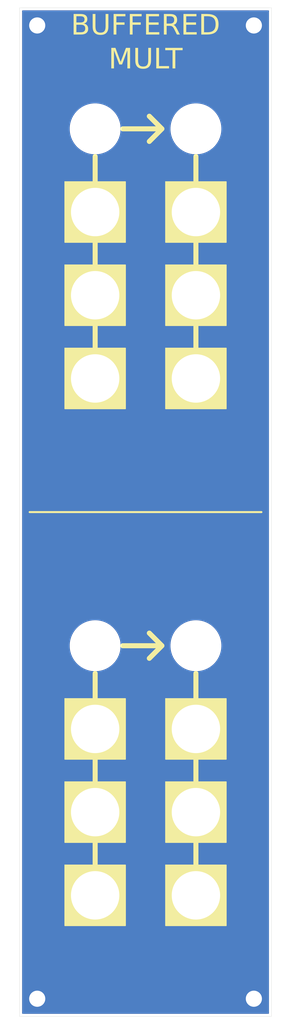
<source format=kicad_pcb>
(kicad_pcb (version 20240108) (generator "pcbnew") (generator_version "8.0")
  (title_block (title "Buffered Mult Panel") (date "2024-05-31") (rev "1") (company "DMH"))
  (layers (0 "F.Cu" signal) (31 "B.Cu" signal) (34 "B.Paste" user) (35 "F.Paste" user) (36 "B.SilkS" user "B.Silkscreen") (37 "F.SilkS" user "F.Silkscreen") (38 "B.Mask" user) (39 "F.Mask" user) (44 "Edge.Cuts" user))
  (net 0 "")
  (net 1 "GND")
  (footprint "SynthStuff:Jack_6.35mm_Cutout" (layer "F.Cu") (at 110 206)
    (property "Reference" "H20")
    (property "Value" "MountingHole_Jack6.35mm")
    (pad "" np_thru_hole circle (at 0 0) (size 9.6 9.6) (drill 9.6) (layers "F&B.Cu" "*.Mask"))
  )
  (footprint "SynthStuff:Jack_6.35mm_Cutout" (layer "F.Cu") (at 90 206)
    (property "Reference" "H19")
    (property "Value" "MountingHole_Jack6.35mm")
    (pad "" np_thru_hole circle (at 0 0) (size 9.6 9.6) (drill 9.6) (layers "F&B.Cu" "*.Mask"))
  )
  (footprint "SynthStuff:MountingHole_3.2mm_M3_Pad4mm" (layer "F.Cu") (at 121.5 33.5)
    (property "Reference" "H2")
    (property "Value" "MountingHole_Rails")
    (pad "1" thru_hole circle (at 0 0) (size 4 4) (drill 3.2) (layers "*.Cu" "*.Mask") (net 1 "GND"))
  )
  (footprint "SynthStuff:Jack_6.35mm_Cutout" (layer "F.Cu") (at 90 54)
    (property "Reference" "H5")
    (property "Value" "MountingHole_Jack6.35mm")
    (pad "" np_thru_hole circle (at 0 0) (size 9.6 9.6) (drill 9.6) (layers "F&B.Cu" "*.Mask"))
  )
  (footprint "SynthStuff:Jack_6.35mm_Cutout" (layer "F.Cu") (at 110 54)
    (property "Reference" "H6")
    (property "Value" "MountingHole_Jack6.35mm")
    (pad "" np_thru_hole circle (at 0 0) (size 9.6 9.6) (drill 9.6) (layers "F&B.Cu" "*.Mask"))
  )
  (footprint "SynthStuff:MountingHole_3.2mm_M3_Pad4mm" (layer "F.Cu") (at 78.5 226.5)
    (property "Reference" "H3")
    (property "Value" "MountingHole_Rails")
    (pad "1" thru_hole circle (at 0 0) (size 4 4) (drill 3.2) (layers "*.Cu" "*.Mask") (net 1 "GND"))
  )
  (footprint "SynthStuff:Jack_6.35mm_Cutout" (layer "F.Cu") (at 90 70.5)
    (property "Reference" "H7")
    (property "Value" "MountingHole_Jack6.35mm")
    (pad "" np_thru_hole circle (at 0 0) (size 9.6 9.6) (drill 9.6) (layers "F&B.Cu" "*.Mask"))
  )
  (footprint "SynthStuff:Jack_6.35mm_Cutout" (layer "F.Cu") (at 110 156.5)
    (property "Reference" "H14")
    (property "Value" "MountingHole_Jack6.35mm")
    (pad "" np_thru_hole circle (at 0 0) (size 9.6 9.6) (drill 9.6) (layers "F&B.Cu" "*.Mask"))
  )
  (footprint "SynthStuff:Jack_6.35mm_Cutout" (layer "F.Cu") (at 90 173)
    (property "Reference" "H15")
    (property "Value" "MountingHole_Jack6.35mm")
    (pad "" np_thru_hole circle (at 0 0) (size 9.6 9.6) (drill 9.6) (layers "F&B.Cu" "*.Mask"))
  )
  (footprint "SynthStuff:Jack_6.35mm_Cutout" (layer "F.Cu") (at 110 189.5)
    (property "Reference" "H18")
    (property "Value" "MountingHole_Jack6.35mm")
    (pad "" np_thru_hole circle (at 0 0) (size 9.6 9.6) (drill 9.6) (layers "F&B.Cu" "*.Mask"))
  )
  (footprint "SynthStuff:Jack_6.35mm_Cutout" (layer "F.Cu") (at 90 103.5)
    (property "Reference" "H11")
    (property "Value" "MountingHole_Jack6.35mm")
    (pad "" np_thru_hole circle (at 0 0) (size 9.6 9.6) (drill 9.6) (layers "F&B.Cu" "*.Mask"))
  )
  (footprint "SynthStuff:Jack_6.35mm_Cutout" (layer "F.Cu") (at 90 189.5)
    (property "Reference" "H17")
    (property "Value" "MountingHole_Jack6.35mm")
    (pad "" np_thru_hole circle (at 0 0) (size 9.6 9.6) (drill 9.6) (layers "F&B.Cu" "*.Mask"))
  )
  (footprint "SynthStuff:Jack_6.35mm_Cutout" (layer "F.Cu") (at 110 103.5)
    (property "Reference" "H12")
    (property "Value" "MountingHole_Jack6.35mm")
    (pad "" np_thru_hole circle (at 0 0) (size 9.6 9.6) (drill 9.6) (layers "F&B.Cu" "*.Mask"))
  )
  (footprint "SynthStuff:Jack_6.35mm_Cutout" (layer "F.Cu") (at 110 173)
    (property "Reference" "H16")
    (property "Value" "MountingHole_Jack6.35mm")
    (pad "" np_thru_hole circle (at 0 0) (size 9.6 9.6) (drill 9.6) (layers "F&B.Cu" "*.Mask"))
  )
  (footprint "SynthStuff:MountingHole_3.2mm_M3_Pad4mm" (layer "F.Cu") (at 121.5 226.5)
    (property "Reference" "H4")
    (property "Value" "MountingHole_Rails")
    (pad "1" thru_hole circle (at 0 0) (size 4 4) (drill 3.2) (layers "*.Cu" "*.Mask") (net 1 "GND"))
  )
  (footprint "SynthStuff:Jack_6.35mm_Cutout" (layer "F.Cu") (at 90 156.5)
    (property "Reference" "H13")
    (property "Value" "MountingHole_Jack6.35mm")
    (pad "" np_thru_hole circle (at 0 0) (size 9.6 9.6) (drill 9.6) (layers "F&B.Cu" "*.Mask"))
  )
  (footprint "SynthStuff:Jack_6.35mm_Cutout" (layer "F.Cu") (at 90 87)
    (property "Reference" "H9")
    (property "Value" "MountingHole_Jack6.35mm")
    (pad "" np_thru_hole circle (at 0 0) (size 9.6 9.6) (drill 9.6) (layers "F&B.Cu" "*.Mask"))
  )
  (footprint "SynthStuff:Jack_6.35mm_Cutout" (layer "F.Cu") (at 110 70.5)
    (property "Reference" "H8")
    (property "Value" "MountingHole_Jack6.35mm")
    (pad "" np_thru_hole circle (at 0 0) (size 9.6 9.6) (drill 9.6) (layers "F&B.Cu" "*.Mask"))
  )
  (footprint "SynthStuff:MountingHole_3.2mm_M3_Pad4mm" (layer "F.Cu") (at 78.5 33.5)
    (property "Reference" "H1")
    (property "Value" "MountingHole_Rails")
    (pad "1" thru_hole circle (at 0 0) (size 4 4) (drill 3.2) (layers "*.Cu" "*.Mask") (net 1 "GND"))
  )
  (footprint "SynthStuff:Jack_6.35mm_Cutout" (layer "F.Cu") (at 110 87)
    (property "Reference" "H10")
    (property "Value" "MountingHole_Jack6.35mm")
    (pad "" np_thru_hole circle (at 0 0) (size 9.6 9.6) (drill 9.6) (layers "F&B.Cu" "*.Mask"))
  )
  (gr_line (start 90 195) (end 90 200.5) (stroke (width 1)) (layer "F.SilkS"))
  (gr_rect (start 84 97.5) (end 96 109.5) (stroke (width 0.2)) (fill solid) (layer "F.SilkS"))
  (gr_rect (start 104 167) (end 116 179) (stroke (width 0.2)) (fill solid) (layer "F.SilkS"))
  (gr_line (start 110 76.5) (end 110 81.5) (stroke (width 1)) (layer "F.SilkS"))
  (gr_line (start 95.5 54) (end 103 54) (stroke (width 1)) (layer "F.SilkS"))
  (gr_line (start 77 130) (end 123 130) (stroke (width 0.4)) (layer "F.SilkS"))
  (gr_line (start 90 59.5) (end 90 65.5) (stroke (width 1)) (layer "F.SilkS"))
  (gr_line (start 103.25 54) (end 100.75 51.5) (stroke (width 1)) (layer "F.SilkS"))
  (gr_line (start 90 92.5) (end 90 98) (stroke (width 1)) (layer "F.SilkS"))
  (gr_rect (start 104 81) (end 116 93) (stroke (width 0.2)) (fill solid) (layer "F.SilkS"))
  (gr_line (start 110 59.5) (end 110 65.5) (stroke (width 1)) (layer "F.SilkS"))
  (gr_rect (start 104 183.5) (end 116 195.5) (stroke (width 0.2)) (fill solid) (layer "F.SilkS"))
  (gr_rect (start 84 183.5) (end 96 195.5) (stroke (width 0.2)) (fill solid) (layer "F.SilkS"))
  (gr_line (start 90 179) (end 90 184) (stroke (width 1)) (layer "F.SilkS"))
  (gr_line (start 103.25 156.5) (end 100.75 159) (stroke (width 1)) (layer "F.SilkS"))
  (gr_rect (start 84 200) (end 96 212) (stroke (width 0.2)) (fill solid) (layer "F.SilkS"))
  (gr_line (start 110 179) (end 110 184) (stroke (width 1)) (layer "F.SilkS"))
  (gr_rect (start 104 97.5) (end 116 109.5) (stroke (width 0.2)) (fill solid) (layer "F.SilkS"))
  (gr_line (start 110 92.5) (end 110 98) (stroke (width 1)) (layer "F.SilkS"))
  (gr_rect (start 84 64.5) (end 96 76.5) (stroke (width 0.2)) (fill solid) (layer "F.SilkS"))
  (gr_line (start 90 76.5) (end 90 81.5) (stroke (width 1)) (layer "F.SilkS"))
  (gr_rect (start 104 200) (end 116 212) (stroke (width 0.2)) (fill solid) (layer "F.SilkS"))
  (gr_rect (start 84 81) (end 96 93) (stroke (width 0.2)) (fill solid) (layer "F.SilkS"))
  (gr_line (start 95.5 156.5) (end 103 156.5) (stroke (width 1)) (layer "F.SilkS"))
  (gr_line (start 110 195) (end 110 200.5) (stroke (width 1)) (layer "F.SilkS"))
  (gr_line (start 103.25 54) (end 100.75 56.5) (stroke (width 1)) (layer "F.SilkS"))
  (gr_rect (start 104 64.5) (end 116 76.5) (stroke (width 0.2)) (fill solid) (layer "F.SilkS"))
  (gr_rect (start 84 167) (end 96 179) (stroke (width 0.2)) (fill solid) (layer "F.SilkS"))
  (gr_line (start 110 162) (end 110 168) (stroke (width 1)) (layer "F.SilkS"))
  (gr_line (start 90 162) (end 90 168) (stroke (width 1)) (layer "F.SilkS"))
  (gr_line (start 103.25 156.5) (end 100.75 154) (stroke (width 1)) (layer "F.SilkS"))
  (gr_rect (start 75 30) (end 125 230) (stroke (width 0.05)) (fill none) (layer "Edge.Cuts"))
  (gr_text "BUFFERED\nMULT" (at 100 37 0) (layer "F.SilkS") (effects (font (size 4 4) (thickness 0.1))))
  (zone (net 1) (net_name "GND") (layers "F&B.Cu") (connect_pads yes (clearance 0.25)) (min_thickness 0.25) (fill yes (thermal_gap 0.5) (thermal_bridge_width 0.5))
    (polygon (pts (xy 75 30) (xy 125 30) (xy 125 230) (xy 75 230)))
  )
)
</source>
